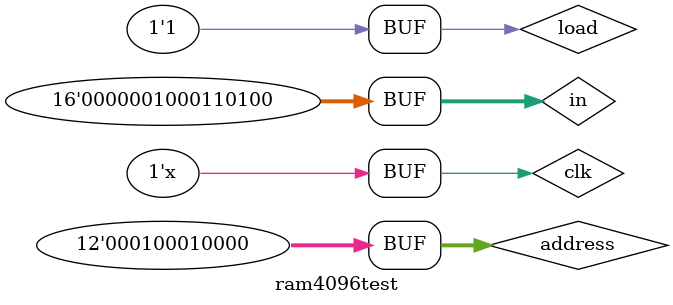
<source format=v>
`timescale 1ns / 1ps


module ram4096test;

	// Inputs
	reg [15:0] in;
	reg load;
	reg clk;
	reg [11:0] address;

	// Outputs
	wire [15:0] out;

	// Instantiate the Unit Under Test (UUT)
	ram4096 uut (
		.in(in), 
		.load(load), 
		.clk(clk), 
		.address(address), 
		.out(out)
	);
	always #5 clk = ~clk;

	initial begin
		// Initialize Inputs
		in = 0;
		load = 0;
		clk =0;
		address = 0;

		// Wait 100 ns for global reset to finish
		#10;
        
		// Add stimulus here
		in = 16'h0234;
		load = 0;
		
		address = 12'h03;
		
		#10;
      load =1;
		#10;
		
		// Add stimulus here
		in = 16'h1245;
		load = 1;
		
		address = 12'h13;
		
		#10;
       load =1;
		#10;
		// Add stimulus here
		in = 16'habc4;
		load = 1;
		
		address = 12'haa;
		
		#10;
       load =0;
		#10 ;
		// Add stimulus here
		in = 16'h0001;
		load = 1;
		
		address = 12'h090;
		
		#10;
       load =1;
		#10; 
		// Add stimulus here
		in = 16'h0234;
		load = 1;
		
		address = 12'h231;
		
		#10;
       load =1;
		#10; 
		// Add stimulus here
		in = 16'h0234;
		load = 1;
		
		
		load =1;
		#10; 
		
		address = 12'h110;
		load =1;
		#10;
		
		load =1;
		#10; 

	end
	initial begin 
	$monitor ("time = %t , address = %d  , load = %d ,  in = %h  , out =%h " , $time, address , load, in , out);
     
	end
      
endmodule


</source>
